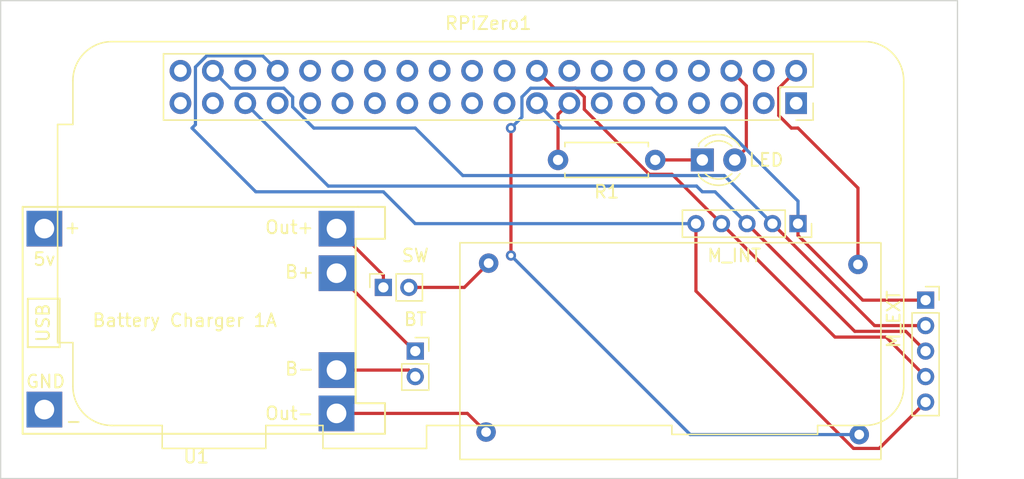
<source format=kicad_pcb>
(kicad_pcb (version 20211014) (generator pcbnew)
  (layers (0 "F.Cu" signal) (31 "B.Cu" signal) (34 "B.Paste" user) (35 "F.Paste" user) (36 "B.SilkS" user "B.Silkscreen") (37 "F.SilkS" user "F.Silkscreen") (38 "B.Mask" user) (39 "F.Mask" user) (44 "Edge.Cuts" user))
  (net 0 "")
  (net 1 "Net-(BT1-Pad1)")
  (net 2 "Net-(BT1-Pad2)")
  (net 3 "Net-(D1-Pad1)")
  (net 4 "Net-(D1-Pad2)")
  (net 5 "Net-(SW1-Pad2)")
  (net 7 "Net-(U1-Pad4)")
  (net 9 "Net-(MEMS_EXT1-Pad1)")
  (net 10 "Net-(MEMS_EXT1-Pad2)")
  (net 11 "Net-(MEMS_EXT1-Pad3)")
  (net 12 "Net-(MEMS_EXT1-Pad4)")
  (net 13 "Net-(MEMS_EXT1-Pad5)")
  (net 15 "Net-(RPiZero1-Pad2)")
  (net 21 "Net-(RPiZero1-Pad9)")
  (net 47 "Net-(SW1-Pad1)")
  (net 48 "Net-(R1-Pad1)")
  (footprint "Connector_PinSocket_2.00mm:PinSocket_1x02_P2.00mm_Vertical" (layer "F.Cu") (at 70 122.5)
    (fp_text reference "BT" (at 0 -2.5) (layer "F.SilkS"))
    (fp_text value "Battery_Cell")
    (fp_line (start 0 -1.06) (end 1.06 -1.06) (layer "F.SilkS") (width 0.12))
    (fp_line (start 1.06 1) (end 1.06 3.06) (layer "F.SilkS") (width 0.12))
    (fp_line (start -1.06 1) (end -1.06 3.06) (layer "F.SilkS") (width 0.12))
    (fp_line (start -1.06 1) (end 1.06 1) (layer "F.SilkS") (width 0.12))
    (fp_line (start -1.06 3.06) (end 1.06 3.06) (layer "F.SilkS") (width 0.12))
    (fp_line (start 1.06 -1.06) (end 1.06 0) (layer "F.SilkS") (width 0.12))
    (pad "1" thru_hole rect (at 0 0) (size 1.35 1.35) (drill 0.8) (layers *.Cu *.Mask) (net 1 "Net-(BT1-Pad1)"))
    (pad "2" thru_hole oval (at 0 2) (size 1.35 1.35) (drill 0.8) (layers *.Cu *.Mask) (net 2 "Net-(BT1-Pad2)"))
  )
  (footprint "LED_THT:LED_D3.0mm" (layer "F.Cu") (at 92.5 107.5)
    (fp_text reference "LED" (at 5 0) (layer "F.SilkS"))
    (fp_text value "LED")
    (fp_line (start -0.29 -1.236) (end -0.29 -1.08) (layer "F.SilkS") (width 0.12))
    (fp_line (start -0.29 1.08) (end -0.29 1.236) (layer "F.SilkS") (width 0.12))
    (fp_arc (start 2.942335 1.078608) (mid 1.366487 1.987659) (end -0.29 1.235516) (layer "F.SilkS") (width 0.12))
    (fp_arc (start 0.229039 -1.08) (mid 1.270117 -1.5) (end 2.31113 -1.079837) (layer "F.SilkS") (width 0.12))
    (fp_arc (start 2.31113 1.079837) (mid 1.270117 1.5) (end 0.229039 1.08) (layer "F.SilkS") (width 0.12))
    (fp_arc (start -0.29 -1.235516) (mid 1.366487 -1.987659) (end 2.942335 -1.078608) (layer "F.SilkS") (width 0.12))
    (pad "1" thru_hole rect (at 0 0) (size 1.8 1.8) (drill 0.9) (layers *.Cu *.Mask) (net 3 "Net-(D1-Pad1)"))
    (pad "2" thru_hole circle (at 2.54 0) (size 1.8 1.8) (drill 0.9) (layers *.Cu *.Mask) (net 4 "Net-(D1-Pad2)"))
  )
  (footprint "Resistor_THT:R_Axial_DIN0207_L6.3mm_D2.5mm_P7.62mm_Horizontal" (layer "F.Cu") (at 81.19 107.5)
    (fp_text reference "R1" (at 3.81 2.5) (layer "F.SilkS"))
    (fp_text value "R_US" hide)
    (fp_line (start 7.08 1.37) (end 7.08 1.04) (layer "F.SilkS") (width 0.12))
    (fp_line (start 7.08 -1.37) (end 7.08 -1.04) (layer "F.SilkS") (width 0.12))
    (fp_line (start 0.54 1.04) (end 0.54 1.37) (layer "F.SilkS") (width 0.12))
    (fp_line (start 0.54 -1.04) (end 0.54 -1.37) (layer "F.SilkS") (width 0.12))
    (fp_line (start 0.54 1.37) (end 7.08 1.37) (layer "F.SilkS") (width 0.12))
    (fp_line (start 0.54 -1.37) (end 7.08 -1.37) (layer "F.SilkS") (width 0.12))
    (pad "1" thru_hole circle (at 0 0) (size 1.6 1.6) (drill 0.8) (layers *.Cu *.Mask) (net 48 "Net-(R1-Pad1)"))
    (pad "2" thru_hole oval (at 7.62 0) (size 1.6 1.6) (drill 0.8) (layers *.Cu *.Mask) (net 3 "Net-(D1-Pad1)"))
  )
  (footprint "Connector_PinSocket_2.00mm:PinSocket_1x05_P2.00mm_Vertical" (layer "F.Cu") (at 100 112.5 -90)
    (fp_text reference "M_INT" (at 2.5 5 180) (layer "F.SilkS"))
    (fp_text value "Conn_01x05_Female")
    (fp_line (start 1.06 -1.06) (end 1.06 0) (layer "F.SilkS") (width 0.12))
    (fp_line (start 0 -1.06) (end 1.06 -1.06) (layer "F.SilkS") (width 0.12))
    (fp_line (start -1.06 1) (end -1.06 9.06) (layer "F.SilkS") (width 0.12))
    (fp_line (start -1.06 1) (end 1.06 1) (layer "F.SilkS") (width 0.12))
    (fp_line (start -1.06 9.06) (end 1.06 9.06) (layer "F.SilkS") (width 0.12))
    (fp_line (start 1.06 1) (end 1.06 9.06) (layer "F.SilkS") (width 0.12))
    (pad "1" thru_hole rect (at 0 0 270) (size 1.35 1.35) (drill 0.8) (layers *.Cu *.Mask) (net 9 "Net-(MEMS_EXT1-Pad1)"))
    (pad "2" thru_hole oval (at 0 2 270) (size 1.35 1.35) (drill 0.8) (layers *.Cu *.Mask) (net 10 "Net-(MEMS_EXT1-Pad2)"))
    (pad "3" thru_hole oval (at 0 4 270) (size 1.35 1.35) (drill 0.8) (layers *.Cu *.Mask) (net 11 "Net-(MEMS_EXT1-Pad3)"))
    (pad "4" thru_hole oval (at 0 6 270) (size 1.35 1.35) (drill 0.8) (layers *.Cu *.Mask) (net 12 "Net-(MEMS_EXT1-Pad4)"))
    (pad "5" thru_hole oval (at 0 8 270) (size 1.35 1.35) (drill 0.8) (layers *.Cu *.Mask) (net 13 "Net-(MEMS_EXT1-Pad5)"))
  )
  (footprint "custom_footprints:GENERIC_BUCK_CONV" (layer "F.Cu") (at 90 122.5)
    (fp_text reference "U" hide)
    (fp_text value "GENERIC_BUCK_CONV")
    (fp_rect (start -16.5 -8.5) (end 16.5 8.5) (layer "F.SilkS") (width 0.12) (fill none))
    (pad "1" thru_hole circle (at -14.25 -6.9) (size 1.524 1.524) (drill 0.762) (layers *.Cu *.Mask) (net 5 "Net-(SW1-Pad2)"))
    (pad "2" thru_hole circle (at -14.45 6.35) (size 1.524 1.524) (drill 0.762) (layers *.Cu *.Mask) (net 7 "Net-(U1-Pad4)"))
    (pad "3" thru_hole circle (at 14.7 -6.8) (size 1.524 1.524) (drill 0.762) (layers *.Cu *.Mask) (net 15 "Net-(RPiZero1-Pad2)"))
    (pad "4" thru_hole circle (at 14.8 6.55) (size 1.524 1.524) (drill 0.762) (layers *.Cu *.Mask) (net 21 "Net-(RPiZero1-Pad9)"))
  )
  (footprint "Connector_PinSocket_2.00mm:PinSocket_1x02_P2.00mm_Vertical" (layer "F.Cu") (at 67.5 117.5 90)
    (fp_text reference "SW" (at 2.5 2.5 180) (layer "F.SilkS"))
    (fp_text value "M2011S3AW03")
    (fp_line (start -1.06 1) (end -1.06 3.06) (layer "F.SilkS") (width 0.12))
    (fp_line (start -1.06 3.06) (end 1.06 3.06) (layer "F.SilkS") (width 0.12))
    (fp_line (start 1.06 -1.06) (end 1.06 0) (layer "F.SilkS") (width 0.12))
    (fp_line (start -1.06 1) (end 1.06 1) (layer "F.SilkS") (width 0.12))
    (fp_line (start 1.06 1) (end 1.06 3.06) (layer "F.SilkS") (width 0.12))
    (fp_line (start 0 -1.06) (end 1.06 -1.06) (layer "F.SilkS") (width 0.12))
    (pad "1" thru_hole rect (at 0 0 90) (size 1.35 1.35) (drill 0.8) (layers *.Cu *.Mask) (net 47 "Net-(SW1-Pad1)"))
    (pad "2" thru_hole oval (at 0 2 90) (size 1.35 1.35) (drill 0.8) (layers *.Cu *.Mask) (net 5 "Net-(SW1-Pad2)"))
  )
  (footprint "custom_footprints:TP4056" (layer "F.Cu") (at 39.2275 111.1875)
    (fp_text reference "U1" (at 13.6 19.6) (layer "F.SilkS"))
    (fp_text value "TP4056")
    (fp_text user "5v" (at 1.7 4.1) (layer "F.SilkS"))
    (fp_text user "B-" (at 21.7 12.7) (layer "F.SilkS"))
    (fp_text user "-" (at 4 16.8) (layer "F.SilkS"))
    (fp_text user "Out+" (at 20.9 1.6) (layer "F.SilkS"))
    (fp_text user "B+" (at 21.7 5.1) (layer "F.SilkS"))
    (fp_text user "+" (at 3.9 1.6) (layer "F.SilkS"))
    (fp_text user "GND" (at 1.8 13.7) (layer "F.SilkS"))
    (fp_text user "Battery Charger 1A" (at 12.7 8.9) (layer "F.SilkS"))
    (fp_text user "Out-" (at 20.9 16.2) (layer "F.SilkS"))
    (fp_text user "USB" (at 1.6 9.1 90) (layer "F.SilkS"))
    (fp_line (start 28.4 15.7) (end 28.4 17.8) (layer "F.SilkS") (width 0.15))
    (fp_line (start 26.3 0) (end 28.4 0) (layer "F.SilkS") (width 0.15))
    (fp_line (start 28.4 0) (end 28.4 2.5) (layer "F.SilkS") (width 0.15))
    (fp_line (start 0 0) (end 26.3 0) (layer "F.SilkS") (width 0.15))
    (fp_line (start 2.9 11) (end 0.4 11) (layer "F.SilkS") (width 0.15))
    (fp_line (start 0.4 11) (end 0.4 7.3) (layer "F.SilkS") (width 0.15))
    (fp_line (start 0.4 7.2) (end 2.9 7.2) (layer "F.SilkS") (width 0.15))
    (fp_line (start 28.4 2.5) (end 26.1 2.5) (layer "F.SilkS") (width 0.15))
    (fp_line (start 0 17.8) (end 0 0) (layer "F.SilkS") (width 0.15))
    (fp_line (start 26.3 15.4) (end 28.4 15.4) (layer "F.SilkS") (width 0.15))
    (fp_line (start 28.4 17.8) (end 0 17.8) (layer "F.SilkS") (width 0.15))
    (fp_line (start 2.9 7.2) (end 2.9 11) (layer "F.SilkS") (width 0.15))
    (fp_line (start 26.1 2.5) (end 26.1 15.4) (layer "F.SilkS") (width 0.15))
    (fp_line (start 26.1 15.4) (end 26.4 15.4) (layer "F.SilkS") (width 0.15))
    (fp_line (start 28.4 15.4) (end 28.4 15.7) (layer "F.SilkS") (width 0.15))
    (pad "1" thru_hole rect (at 1.7 1.7) (size 2.8 2.8) (drill 1.54) (layers *.Cu *.Mask))
    (pad "2" thru_hole rect (at 1.7 15.9) (size 2.8 2.8) (drill 1.54) (layers *.Cu *.Mask))
    (pad "3" thru_hole rect (at 24.6 1.7) (size 2.8 2.8) (drill 1.54) (layers *.Cu *.Mask) (net 47 "Net-(SW1-Pad1)"))
    (pad "4" thru_hole rect (at 24.6 16.2) (size 2.8 2.8) (drill 1.54) (layers *.Cu *.Mask) (net 7 "Net-(U1-Pad4)"))
    (pad "5" thru_hole rect (at 24.6 5.2) (size 2.8 2.8) (drill 1.54) (layers *.Cu *.Mask) (net 1 "Net-(BT1-Pad1)"))
    (pad "6" thru_hole rect (at 24.6 12.8) (size 2.8 2.8) (drill 1.54) (layers *.Cu *.Mask) (net 2 "Net-(BT1-Pad2)"))
  )
  (footprint "Module:Raspberry_Pi_Zero_Socketed_THT_FaceDown_MountingHoles" (layer "F.Cu") (at 99.855 103.045 -90)
    (fp_text reference "RPiZero1" (at -6.27 24.13) (layer "F.SilkS"))
    (fp_text value "RPi_GPIO")
    (fp_line (start 25.29 53.63) (end 25.29 49.69) (layer "F.SilkS") (width 0.12))
    (fp_line (start 27.09 37.09) (end 27.09 28.97) (layer "F.SilkS") (width 0.12))
    (fp_line (start 27.09 28.97) (end 25.29 28.97) (layer "F.SilkS") (width 0.12))
    (fp_line (start 27.09 49.69) (end 27.09 41.57) (layer "F.SilkS") (width 0.12))
    (fp_line (start 25.29 37.09) (end 27.09 37.09) (layer "F.SilkS") (width 0.12))
    (fp_line (start 25.29 49.69) (end 27.09 49.69) (layer "F.SilkS") (width 0.12))
    (fp_line (start 0 -1.33) (end 1.33 -1.33) (layer "F.SilkS") (width 0.12))
    (fp_line (start 27.09 41.57) (end 25.29 41.57) (layer "F.SilkS") (width 0.12))
    (fp_line (start 18.79 57.89) (end 18.79 56.69) (layer "F.SilkS") (width 0.12))
    (fp_line (start 25.99 -1.68) (end 25.29 -1.68) (layer "F.SilkS") (width 0.12))
    (fp_line (start 25.29 9.74) (end 25.99 9.74) (layer "F.SilkS") (width 0.12))
    (fp_line (start 1.33 -1.33) (end 1.33 0) (layer "F.SilkS") (width 0.12))
    (fp_line (start 18.79 56.69) (end 22.23 56.69) (layer "F.SilkS") (width 0.12))
    (fp_line (start 1.67 56.69) (end -1.77 56.69) (layer "F.SilkS") (width 0.12))
    (fp_line (start 1.67 56.69) (end 1.67 57.89) (layer "F.SilkS") (width 0.12))
    (fp_line (start -3.87 -1.33) (end -3.87 49.59) (layer "F.SilkS") (width 0.12))
    (fp_line (start -4.83 53.63) (end -4.83 -5.37) (layer "F.SilkS") (width 0.12))
    (fp_line (start -1.77 -8.43) (end 22.23 -8.43) (layer "F.SilkS") (width 0.12))
    (fp_line (start 1.67 57.89) (end 18.79 57.89) (layer "F.SilkS") (width 0.12))
    (fp_line (start 25.99 9.74) (end 25.99 -1.68) (layer "F.SilkS") (width 0.12))
    (fp_line (start 25.29 41.57) (end 25.29 37.09) (layer "F.SilkS") (width 0.12))
    (fp_line (start 25.29 28.97) (end 25.29 9.74) (layer "F.SilkS") (width 0.12))
    (fp_line (start -3.87 -1.33) (end -1.27 -1.33) (layer "F.SilkS") (width 0.12))
    (fp_line (start -3.87 49.59) (end 1.33 49.59) (layer "F.SilkS") (width 0.12))
    (fp_line (start 1.33 1.27) (end 1.33 49.59) (layer "F.SilkS") (width 0.12))
    (fp_line (start -1.27 1.27) (end 1.33 1.27) (layer "F.SilkS") (width 0.12))
    (fp_line (start -1.27 -1.33) (end -1.27 1.27) (layer "F.SilkS") (width 0.12))
    (fp_line (start 25.29 -1.68) (end 25.29 -5.37) (layer "F.SilkS") (width 0.12))
    (fp_arc (start -1.77 56.69) (mid -3.933747 55.793747) (end -4.83 53.63) (layer "F.SilkS") (width 0.12))
    (fp_arc (start 25.29 53.63) (mid 24.393747 55.793747) (end 22.23 56.69) (layer "F.SilkS") (width 0.12))
    (fp_arc (start 22.23 -8.43) (mid 24.393747 -7.533747) (end 25.29 -5.37) (layer "F.SilkS") (width 0.12))
    (fp_arc (start -4.83 -5.37) (mid -3.933747 -7.533747) (end -1.77 -8.43) (layer "F.SilkS") (width 0.12))
    (pad "" np_thru_hole circle (at 21.73 -4.87) (size 2.75 2.75) (drill 2.75) (layers *.Cu *.Mask))
    (pad "" np_thru_hole circle (at -1.27 53.13) (size 2.75 2.75) (drill 2.75) (layers *.Cu *.Mask))
    (pad "" np_thru_hole circle (at -1.27 -4.87) (size 2.75 2.75) (drill 2.75) (layers *.Cu *.Mask))
    (pad "" np_thru_hole circle (at 21.73 53.13) (size 2.75 2.75) (drill 2.75) (layers *.Cu *.Mask))
    (pad "1" thru_hole rect (at 0 0 270) (size 1.7 1.7) (drill 1) (layers *.Cu *.Mask))
    (pad "2" thru_hole oval (at -2.54 0 270) (size 1.7 1.7) (drill 1) (layers *.Cu *.Mask) (net 15 "Net-(RPiZero1-Pad2)"))
    (pad "3" thru_hole oval (at 0 2.54 270) (size 1.7 1.7) (drill 1) (layers *.Cu *.Mask))
    (pad "4" thru_hole oval (at -2.54 2.54 270) (size 1.7 1.7) (drill 1) (layers *.Cu *.Mask))
    (pad "5" thru_hole oval (at 0 5.08 270) (size 1.7 1.7) (drill 1) (layers *.Cu *.Mask))
    (pad "6" thru_hole oval (at -2.54 5.08 270) (size 1.7 1.7) (drill 1) (layers *.Cu *.Mask) (net 4 "Net-(D1-Pad2)"))
    (pad "7" thru_hole oval (at 0 7.62 270) (size 1.7 1.7) (drill 1) (layers *.Cu *.Mask))
    (pad "8" thru_hole oval (at -2.54 7.62 270) (size 1.7 1.7) (drill 1) (layers *.Cu *.Mask))
    (pad "9" thru_hole oval (at 0 10.16 270) (size 1.7 1.7) (drill 1) (layers *.Cu *.Mask) (net 21 "Net-(RPiZero1-Pad9)"))
    (pad "10" thru_hole oval (at -2.54 10.16 270) (size 1.7 1.7) (drill 1) (layers *.Cu *.Mask))
    (pad "11" thru_hole oval (at 0 12.7 270) (size 1.7 1.7) (drill 1) (layers *.Cu *.Mask))
    (pad "12" thru_hole oval (at -2.54 12.7 270) (size 1.7 1.7) (drill 1) (layers *.Cu *.Mask))
    (pad "13" thru_hole oval (at 0 15.24 270) (size 1.7 1.7) (drill 1) (layers *.Cu *.Mask))
    (pad "14" thru_hole oval (at -2.54 15.24 270) (size 1.7 1.7) (drill 1) (layers *.Cu *.Mask))
    (pad "15" thru_hole oval (at 0 17.78 270) (size 1.7 1.7) (drill 1) (layers *.Cu *.Mask) (net 48 "Net-(R1-Pad1)"))
    (pad "16" thru_hole oval (at -2.54 17.78 270) (size 1.7 1.7) (drill 1) (layers *.Cu *.Mask))
    (pad "17" thru_hole oval (at 0 20.32 270) (size 1.7 1.7) (drill 1) (layers *.Cu *.Mask) (net 9 "Net-(MEMS_EXT1-Pad1)"))
    (pad "18" thru_hole oval (at -2.54 20.32 270) (size 1.7 1.7) (drill 1) (layers *.Cu *.Mask) (net 12 "Net-(MEMS_EXT1-Pad4)"))
    (pad "19" thru_hole oval (at 0 22.86 270) (size 1.7 1.7) (drill 1) (layers *.Cu *.Mask))
    (pad "20" thru_hole oval (at -2.54 22.86 270) (size 1.7 1.7) (drill 1) (layers *.Cu *.Mask))
    (pad "21" thru_hole oval (at 0 25.4 270) (size 1.7 1.7) (drill 1) (layers *.Cu *.Mask))
    (pad "22" thru_hole oval (at -2.54 25.4 270) (size 1.7 1.7) (drill 1) (layers *.Cu *.Mask))
    (pad "23" thru_hole oval (at 0 27.94 270) (size 1.7 1.7) (drill 1) (layers *.Cu *.Mask))
    (pad "24" thru_hole oval (at -2.54 27.94 270) (size 1.7 1.7) (drill 1) (layers *.Cu *.Mask))
    (pad "25" thru_hole oval (at 0 30.48 270) (size 1.7 1.7) (drill 1) (layers *.Cu *.Mask))
    (pad "26" thru_hole oval (at -2.54 30.48 270) (size 1.7 1.7) (drill 1) (layers *.Cu *.Mask))
    (pad "27" thru_hole oval (at 0 33.02 270) (size 1.7 1.7) (drill 1) (layers *.Cu *.Mask))
    (pad "28" thru_hole oval (at -2.54 33.02 270) (size 1.7 1.7) (drill 1) (layers *.Cu *.Mask))
    (pad "29" thru_hole oval (at 0 35.56 270) (size 1.7 1.7) (drill 1) (layers *.Cu *.Mask))
    (pad "30" thru_hole oval (at -2.54 35.56 270) (size 1.7 1.7) (drill 1) (layers *.Cu *.Mask))
    (pad "31" thru_hole oval (at 0 38.1 270) (size 1.7 1.7) (drill 1) (layers *.Cu *.Mask))
    (pad "32" thru_hole oval (at -2.54 38.1 270) (size 1.7 1.7) (drill 1) (layers *.Cu *.Mask))
    (pad "33" thru_hole oval (at 0 40.64 270) (size 1.7 1.7) (drill 1) (layers *.Cu *.Mask))
    (pad "34" thru_hole oval (at -2.54 40.64 270) (size 1.7 1.7) (drill 1) (layers *.Cu *.Mask) (net 13 "Net-(MEMS_EXT1-Pad5)"))
    (pad "35" thru_hole oval (at 0 43.18 270) (size 1.7 1.7) (drill 1) (layers *.Cu *.Mask) (net 11 "Net-(MEMS_EXT1-Pad3)"))
    (pad "36" thru_hole oval (at -2.54 43.18 270) (size 1.7 1.7) (drill 1) (layers *.Cu *.Mask))
    (pad "37" thru_hole oval (at 0 45.72 270) (size 1.7 1.7) (drill 1) (layers *.Cu *.Mask))
    (pad "38" thru_hole oval (at -2.54 45.72 270) (size 1.7 1.7) (drill 1) (layers *.Cu *.Mask) (net 10 "Net-(MEMS_EXT1-Pad2)"))
    (pad "39" thru_hole oval (at 0 48.26 270) (size 1.7 1.7) (drill 1) (layers *.Cu *.Mask))
    (pad "40" thru_hole oval (at -2.54 48.26 270) (size 1.7 1.7) (drill 1) (layers *.Cu *.Mask))
  )
  (footprint "Connector_PinSocket_2.00mm:PinSocket_1x05_P2.00mm_Vertical" (layer "F.Cu") (at 110 118.5)
    (fp_text reference "M_EXT" (at -2.5 1.5 90) (layer "F.SilkS"))
    (fp_text value "Conn_01x05_Female")
    (fp_line (start -1.06 9.06) (end 1.06 9.06) (layer "F.SilkS") (width 0.12))
    (fp_line (start 1.06 -1.06) (end 1.06 0) (layer "F.SilkS") (width 0.12))
    (fp_line (start -1.06 1) (end -1.06 9.06) (layer "F.SilkS") (width 0.12))
    (fp_line (start 1.06 1) (end 1.06 9.06) (layer "F.SilkS") (width 0.12))
    (fp_line (start -1.06 1) (end 1.06 1) (layer "F.SilkS") (width 0.12))
    (fp_line (start 0 -1.06) (end 1.06 -1.06) (layer "F.SilkS") (width 0.12))
    (pad "1" thru_hole rect (at 0 0) (size 1.35 1.35) (drill 0.8) (layers *.Cu *.Mask) (net 9 "Net-(MEMS_EXT1-Pad1)"))
    (pad "2" thru_hole oval (at 0 2) (size 1.35 1.35) (drill 0.8) (layers *.Cu *.Mask) (net 10 "Net-(MEMS_EXT1-Pad2)"))
    (pad "3" thru_hole oval (at 0 4) (size 1.35 1.35) (drill 0.8) (layers *.Cu *.Mask) (net 11 "Net-(MEMS_EXT1-Pad3)"))
    (pad "4" thru_hole oval (at 0 6) (size 1.35 1.35) (drill 0.8) (layers *.Cu *.Mask) (net 12 "Net-(MEMS_EXT1-Pad4)"))
    (pad "5" thru_hole oval (at 0 8) (size 1.35 1.35) (drill 0.8) (layers *.Cu *.Mask) (net 13 "Net-(MEMS_EXT1-Pad5)"))
  )
  (gr_rect (start 37.5 95) (end 112.5 132.5) (layer "Edge.Cuts") (width 0.1) (fill none))
  (segment (start 63.8275 116.3875) (end 69.94 122.5) (width 0.25) (layer "F.Cu") (net 1))
  (segment (start 69.94 122.5) (end 70 122.5) (width 0.25) (layer "F.Cu") (net 1))
  (segment (start 63.8275 123.9875) (end 69.4875 123.9875) (width 0.25) (layer "F.Cu") (net 2))
  (segment (start 69.4875 123.9875) (end 70 124.5) (width 0.25) (layer "F.Cu") (net 2))
  (segment (start 88.81 107.5) (end 92.5 107.5) (width 0.25) (layer "F.Cu") (net 3))
  (segment (start 95.949511 101.679511) (end 94.775 100.505) (width 0.25) (layer "F.Cu") (net 4))
  (segment (start 95.949511 106.590489) (end 95.949511 101.679511) (width 0.25) (layer "F.Cu") (net 4))
  (segment (start 95.04 107.5) (end 95.949511 106.590489) (width 0.25) (layer "F.Cu") (net 4))
  (segment (start 69.5 117.5) (end 73.85 117.5) (width 0.25) (layer "F.Cu") (net 5))
  (segment (start 73.85 117.5) (end 75.75 115.6) (width 0.25) (layer "F.Cu") (net 5))
  (segment (start 63.8275 127.3875) (end 74.0875 127.3875) (width 0.25) (layer "F.Cu") (net 7))
  (segment (start 74.0875 127.3875) (end 75.55 128.85) (width 0.25) (layer "F.Cu") (net 7))
  (segment (start 105.075 118.5) (end 110 118.5) (width 0.25) (layer "F.Cu") (net 9))
  (segment (start 100 113.425) (end 105.075 118.5) (width 0.25) (layer "F.Cu") (net 9))
  (segment (start 100 112.5) (end 100 113.425) (width 0.25) (layer "F.Cu") (net 9))
  (segment (start 81.49 105) (end 79.535 103.045) (width 0.25) (layer "B.Cu") (net 9))
  (segment (start 100 112.5) (end 100 110.728279) (width 0.25) (layer "B.Cu") (net 9))
  (segment (start 94.271721 105) (end 81.49 105) (width 0.25) (layer "B.Cu") (net 9))
  (segment (start 100 110.728279) (end 94.271721 105) (width 0.25) (layer "B.Cu") (net 9))
  (segment (start 106 120.5) (end 110 120.5) (width 0.25) (layer "F.Cu") (net 10))
  (segment (start 98 112.5) (end 106 120.5) (width 0.25) (layer "F.Cu") (net 10))
  (segment (start 55.500489 101.870489) (end 54.135 100.505) (width 0.25) (layer "B.Cu") (net 10))
  (segment (start 70 105) (end 62.04899 105) (width 0.25) (layer "B.Cu") (net 10))
  (segment (start 59.701499 101.870489) (end 55.500489 101.870489) (width 0.25) (layer "B.Cu") (net 10))
  (segment (start 60.389511 103.340521) (end 60.389511 102.558501) (width 0.25) (layer "B.Cu") (net 10))
  (segment (start 62.04899 105) (end 60.389511 103.340521) (width 0.25) (layer "B.Cu") (net 10))
  (segment (start 98 112.5) (end 94.224511 108.724511) (width 0.25) (layer "B.Cu") (net 10))
  (segment (start 73.724511 108.724511) (end 70 105) (width 0.25) (layer "B.Cu") (net 10))
  (segment (start 94.224511 108.724511) (end 73.724511 108.724511) (width 0.25) (layer "B.Cu") (net 10))
  (segment (start 60.389511 102.558501) (end 59.701499 101.870489) (width 0.25) (layer "B.Cu") (net 10))
  (segment (start 96 112.5) (end 104.44952 120.94952) (width 0.25) (layer "F.Cu") (net 11))
  (segment (start 108.44952 120.94952) (end 110 122.5) (width 0.25) (layer "F.Cu") (net 11))
  (segment (start 104.44952 120.94952) (end 108.44952 120.94952) (width 0.25) (layer "F.Cu") (net 11))
  (segment (start 96 112.5) (end 93.5 110) (width 0.25) (layer "B.Cu") (net 11))
  (segment (start 93.5 110) (end 92.5 110) (width 0.25) (layer "B.Cu") (net 11))
  (segment (start 92.05048 109.55048) (end 63.18048 109.55048) (width 0.25) (layer "B.Cu") (net 11))
  (segment (start 63.18048 109.55048) (end 56.675 103.045) (width 0.25) (layer "B.Cu") (net 11))
  (segment (start 92.5 110) (end 92.05048 109.55048) (width 0.25) (layer "B.Cu") (net 11))
  (segment (start 102.89904 121.39904) (end 94 112.5) (width 0.25) (layer "F.Cu") (net 12))
  (segment (start 88.342523 108.624511) (end 83.249511 103.531499) (width 0.25) (layer "F.Cu") (net 12))
  (segment (start 94 112.5) (end 90.124511 108.624511) (width 0.25) (layer "F.Cu") (net 12))
  (segment (start 83.249511 102.558501) (end 82.561499 101.870489) (width 0.25) (layer "F.Cu") (net 12))
  (segment (start 82.561499 101.870489) (end 80.900489 101.870489) (width 0.25) (layer "F.Cu") (net 12))
  (segment (start 90.124511 108.624511) (end 88.342523 108.624511) (width 0.25) (layer "F.Cu") (net 12))
  (segment (start 110 124.5) (end 106.89904 121.39904) (width 0.25) (layer "F.Cu") (net 12))
  (segment (start 83.249511 103.531499) (end 83.249511 102.558501) (width 0.25) (layer "F.Cu") (net 12))
  (segment (start 106.89904 121.39904) (end 102.89904 121.39904) (width 0.25) (layer "F.Cu") (net 12))
  (segment (start 80.900489 101.870489) (end 79.535 100.505) (width 0.25) (layer "F.Cu") (net 12))
  (segment (start 104.349951 130.136511) (end 92 117.78656) (width 0.25) (layer "F.Cu") (net 13))
  (segment (start 92 117.78656) (end 92 112.5) (width 0.25) (layer "F.Cu") (net 13))
  (segment (start 110 126.5) (end 106.363489 130.136511) (width 0.25) (layer "F.Cu") (net 13))
  (segment (start 106.363489 130.136511) (end 104.349951 130.136511) (width 0.25) (layer "F.Cu") (net 13))
  (segment (start 57.5 110) (end 52.5 105) (width 0.25) (layer "B.Cu") (net 13))
  (segment (start 70 112.5) (end 67.5 110) (width 0.25) (layer "B.Cu") (net 13))
  (segment (start 52.769511 104.730489) (end 52.769511 100.209479) (width 0.25) (layer "B.Cu") (net 13))
  (segment (start 52.5 105) (end 52.769511 104.730489) (width 0.25) (layer "B.Cu") (net 13))
  (segment (start 53.648501 99.330489) (end 58.040489 99.330489) (width 0.25) (layer "B.Cu") (net 13))
  (segment (start 58.040489 99.330489) (end 59.215 100.505) (width 0.25) (layer "B.Cu") (net 13))
  (segment (start 67.5 110) (end 57.5 110) (width 0.25) (layer "B.Cu") (net 13))
  (segment (start 52.769511 100.209479) (end 53.648501 99.330489) (width 0.25) (layer "B.Cu") (net 13))
  (segment (start 92 112.5) (end 70 112.5) (width 0.25) (layer "B.Cu") (net 13))
  (segment (start 98.489511 101.870489) (end 98.489511 104.010489) (width 0.25) (layer "F.Cu") (net 15))
  (segment (start 99.855 100.505) (end 98.489511 101.870489) (width 0.25) (layer "F.Cu") (net 15))
  (segment (start 104.7 109.7) (end 104.7 115.7) (width 0.25) (layer "F.Cu") (net 15))
  (segment (start 98.489511 104.010489) (end 99.479022 105) (width 0.25) (layer "F.Cu") (net 15))
  (segment (start 99.479022 105) (end 100 105) (width 0.25) (layer "F.Cu") (net 15))
  (segment (start 100 105) (end 104.7 109.7) (width 0.25) (layer "F.Cu") (net 15))
  (segment (start 77.5 115) (end 77.5 105) (width 0.25) (layer "F.Cu") (net 21))
  (via (at 77.5 115) (size 0.8) (drill 0.4) (layers "F.Cu" "B.Cu") (net 21))
  (via (at 77.5 105) (size 0.8) (drill 0.4) (layers "F.Cu" "B.Cu") (net 21))
  (segment (start 77.5 105) (end 78.360489 104.139511) (width 0.25) (layer "B.Cu") (net 21))
  (segment (start 88.520489 101.870489) (end 89.695 103.045) (width 0.25) (layer "B.Cu") (net 21))
  (segment (start 78.360489 102.558501) (end 79.048501 101.870489) (width 0.25) (layer "B.Cu") (net 21))
  (segment (start 78.360489 104.139511) (end 78.360489 102.558501) (width 0.25) (layer "B.Cu") (net 21))
  (segment (start 104.8 129.05) (end 91.55 129.05) (width 0.25) (layer "B.Cu") (net 21))
  (segment (start 91.55 129.05) (end 77.5 115) (width 0.25) (layer "B.Cu") (net 21))
  (segment (start 79.048501 101.870489) (end 88.520489 101.870489) (width 0.25) (layer "B.Cu") (net 21))
  (segment (start 63.8275 112.8875) (end 67.5 116.56) (width 0.25) (layer "F.Cu") (net 47))
  (segment (start 67.5 116.56) (end 67.5 117.5) (width 0.25) (layer "F.Cu") (net 47))
  (segment (start 81.19 103.93) (end 82.075 103.045) (width 0.25) (layer "F.Cu") (net 48))
  (segment (start 81.19 107.5) (end 81.19 103.93) (width 0.25) (layer "F.Cu") (net 48))
)
</source>
